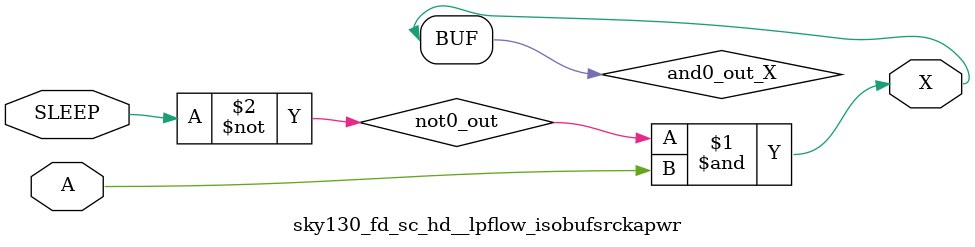
<source format=v>
/*
 * Copyright 2020 The SkyWater PDK Authors
 *
 * Licensed under the Apache License, Version 2.0 (the "License");
 * you may not use this file except in compliance with the License.
 * You may obtain a copy of the License at
 *
 *     https://www.apache.org/licenses/LICENSE-2.0
 *
 * Unless required by applicable law or agreed to in writing, software
 * distributed under the License is distributed on an "AS IS" BASIS,
 * WITHOUT WARRANTIES OR CONDITIONS OF ANY KIND, either express or implied.
 * See the License for the specific language governing permissions and
 * limitations under the License.
 *
 * SPDX-License-Identifier: Apache-2.0
*/


`ifndef SKY130_FD_SC_HD__LPFLOW_ISOBUFSRCKAPWR_FUNCTIONAL_V
`define SKY130_FD_SC_HD__LPFLOW_ISOBUFSRCKAPWR_FUNCTIONAL_V

/**
 * lpflow_isobufsrckapwr: Input isolation, noninverted sleep on
 *                        keep-alive power rail.
 *
 *                        X = (!A | SLEEP)
 *
 * Verilog simulation functional model.
 */

`timescale 1ns / 1ps
`default_nettype none

`celldefine
module sky130_fd_sc_hd__lpflow_isobufsrckapwr (
    X    ,
    SLEEP,
    A
);

    // Module ports
    output X    ;
    input  SLEEP;
    input  A    ;

    // Local signals
    wire not0_out  ;
    wire and0_out_X;

    //  Name  Output      Other arguments
    not not0 (not0_out  , SLEEP          );
    and and0 (and0_out_X, not0_out, A    );
    buf buf0 (X         , and0_out_X     );

endmodule
`endcelldefine

`default_nettype wire
`endif  // SKY130_FD_SC_HD__LPFLOW_ISOBUFSRCKAPWR_FUNCTIONAL_V
</source>
